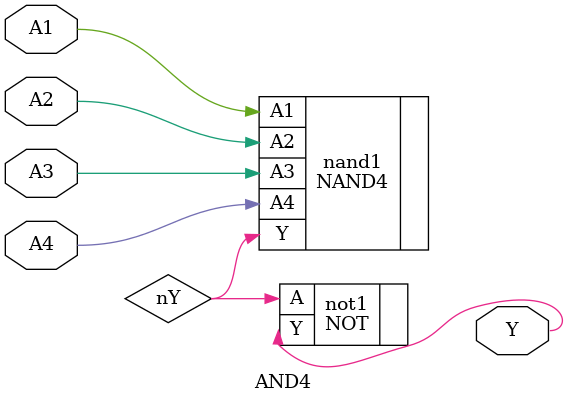
<source format=v>
`include "../NAND4/NAND4.v"
`include "../NOT/NOT.v"

module AND4(
    output Y,
    input A1,
    input A2,
    input A3,
    input A4
);
    wire nY;
    NAND4 nand1(.A1(A1), .A2(A2), .A3(A3), .A4(A4), .Y(nY));
    NOT not1(.A(nY), .Y(Y));
endmodule
</source>
